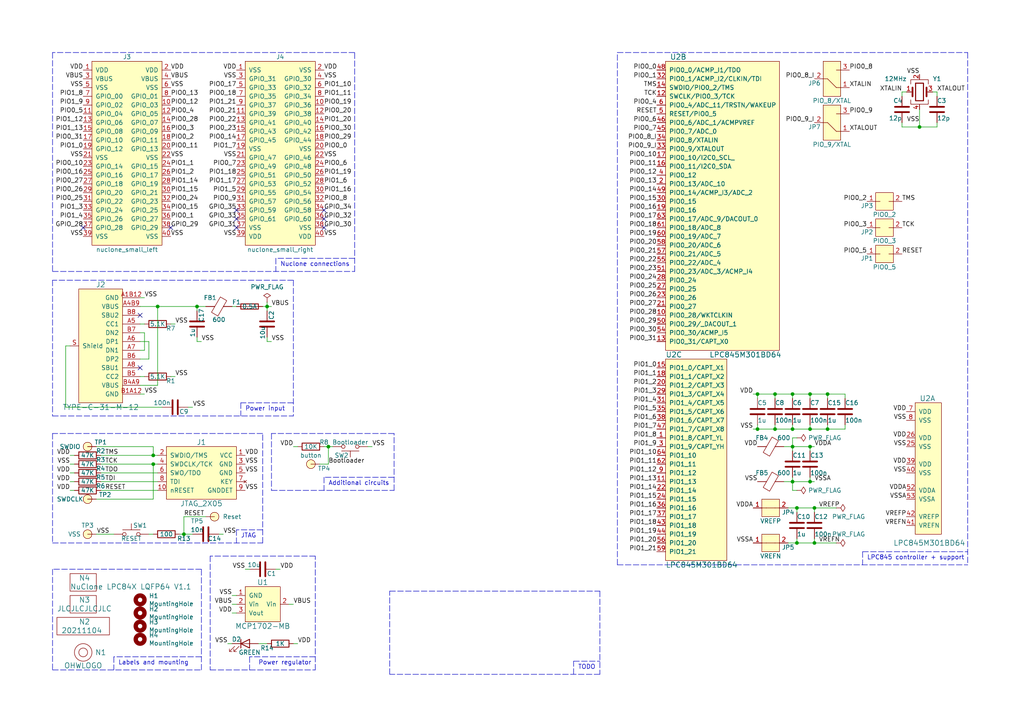
<source format=kicad_sch>
(kicad_sch (version 20211123) (generator eeschema)
  (paper "A4")
  (junction (at 240.03 114.3))
  (junction (at 236.22 157.48))
  (junction (at 77.47 88.9))
  (junction (at 53.34 154.94))
  (junction (at 57.15 88.9))
  (junction (at 234.95 129.54))
  (junction (at 224.79 114.3))
  (junction (at 219.71 124.46))
  (junction (at 229.87 114.3))
  (junction (at 231.14 157.48))
  (junction (at 229.87 139.7))
  (junction (at 234.95 124.46))
  (junction (at 236.22 147.32))
  (junction (at 240.03 124.46))
  (junction (at 229.87 124.46))
  (junction (at 45.72 88.9))
  (junction (at 219.71 114.3))
  (junction (at 234.95 139.7))
  (junction (at 44.45 134.62))
  (junction (at 234.95 114.3))
  (junction (at 44.45 132.08))
  (junction (at 95.25 129.54))
  (junction (at 224.79 124.46))
  (junction (at 229.87 129.54))
  (junction (at 231.14 147.32))
  (junction (at 266.7 36.83))
  (no_connect (at 93.98 66.04))
  (no_connect (at 93.98 60.96))
  (no_connect (at 93.98 63.5))
  (no_connect (at 40.64 106.68))
  (no_connect (at 68.58 63.5))
  (no_connect (at 68.58 66.04))
  (no_connect (at 49.53 66.04))
  (no_connect (at 24.13 66.04))
  (no_connect (at 68.58 60.96))
  (no_connect (at 40.64 91.44))
  (wire (pts (xy 219.71 124.46) (xy 224.79 124.46)))
  (wire (pts (xy 85.09 175.26) (xy 83.82 175.26)))
  (wire (pts (xy 228.6 157.48) (xy 231.14 157.48)))
  (wire (pts (xy 77.47 90.17) (xy 77.47 88.9)))
  (wire (pts (xy 49.53 109.22) (xy 50.8 109.22)))
  (wire (pts (xy 218.44 124.46) (xy 219.71 124.46)))
  (wire (pts (xy 27.94 144.78) (xy 44.45 144.78)))
  (polyline (pts (xy 15.24 78.74) (xy 102.87 78.74)))
  (wire (pts (xy 240.03 115.57) (xy 240.03 114.3)))
  (wire (pts (xy 231.14 147.32) (xy 236.22 147.32)))
  (polyline (pts (xy 60.96 161.29) (xy 60.96 194.31)))
  (polyline (pts (xy 102.87 15.24) (xy 15.24 15.24)))
  (wire (pts (xy 107.95 129.54) (xy 106.68 129.54)))
  (wire (pts (xy 50.8 93.98) (xy 49.53 93.98)))
  (polyline (pts (xy 85.09 81.28) (xy 85.09 120.65)))
  (wire (pts (xy 231.14 156.21) (xy 231.14 157.48)))
  (polyline (pts (xy 179.07 163.83) (xy 179.07 15.24)))
  (polyline (pts (xy 60.96 194.31) (xy 91.44 194.31)))
  (wire (pts (xy 229.87 129.54) (xy 234.95 129.54)))
  (polyline (pts (xy 102.87 78.74) (xy 102.87 15.24)))
  (wire (pts (xy 40.64 93.98) (xy 41.91 93.98)))
  (wire (pts (xy 234.95 129.54) (xy 236.22 129.54)))
  (polyline (pts (xy 173.99 171.45) (xy 173.99 195.58)))
  (wire (pts (xy 78.74 88.9) (xy 77.47 88.9)))
  (polyline (pts (xy 113.03 171.45) (xy 173.99 171.45)))
  (wire (pts (xy 58.42 99.06) (xy 57.15 99.06)))
  (wire (pts (xy 236.22 157.48) (xy 236.22 156.21)))
  (wire (pts (xy 261.62 26.67) (xy 261.62 27.94)))
  (wire (pts (xy 40.64 111.76) (xy 45.72 111.76)))
  (wire (pts (xy 53.34 149.86) (xy 53.34 154.94)))
  (polyline (pts (xy 76.2 125.73) (xy 15.24 125.73)))
  (polyline (pts (xy 114.3 142.24) (xy 114.3 125.73)))
  (wire (pts (xy 20.32 137.16) (xy 21.59 137.16)))
  (wire (pts (xy 55.88 154.94) (xy 53.34 154.94)))
  (wire (pts (xy 92.71 134.62) (xy 95.25 134.62)))
  (wire (pts (xy 20.32 132.08) (xy 21.59 132.08)))
  (wire (pts (xy 234.95 115.57) (xy 234.95 114.3)))
  (wire (pts (xy 271.78 35.56) (xy 271.78 36.83)))
  (wire (pts (xy 240.03 123.19) (xy 240.03 124.46)))
  (wire (pts (xy 45.72 88.9) (xy 57.15 88.9)))
  (polyline (pts (xy 102.87 74.93) (xy 80.01 74.93)))
  (wire (pts (xy 20.32 100.33) (xy 19.05 100.33)))
  (polyline (pts (xy 78.74 125.73) (xy 78.74 142.24)))
  (wire (pts (xy 68.58 175.26) (xy 67.31 175.26)))
  (wire (pts (xy 93.98 129.54) (xy 95.25 129.54)))
  (polyline (pts (xy 173.99 195.58) (xy 113.03 195.58)))
  (wire (pts (xy 27.94 154.94) (xy 33.02 154.94)))
  (polyline (pts (xy 85.09 116.84) (xy 69.85 116.84)))
  (wire (pts (xy 224.79 115.57) (xy 224.79 114.3)))
  (wire (pts (xy 27.94 129.54) (xy 44.45 129.54)))
  (polyline (pts (xy 15.24 157.48) (xy 76.2 157.48)))
  (wire (pts (xy 21.59 139.7) (xy 20.32 139.7)))
  (wire (pts (xy 229.87 138.43) (xy 229.87 139.7)))
  (wire (pts (xy 77.47 99.06) (xy 78.74 99.06)))
  (wire (pts (xy 57.15 90.17) (xy 57.15 88.9)))
  (wire (pts (xy 44.45 134.62) (xy 45.72 134.62)))
  (wire (pts (xy 77.47 88.9) (xy 76.2 88.9)))
  (wire (pts (xy 229.87 142.24) (xy 229.87 139.7)))
  (polyline (pts (xy 15.24 165.1) (xy 15.24 194.31)))
  (wire (pts (xy 229.87 127) (xy 229.87 129.54)))
  (wire (pts (xy 270.51 26.67) (xy 271.78 26.67)))
  (polyline (pts (xy 85.09 81.28) (xy 15.24 81.28)))
  (wire (pts (xy 41.91 114.3) (xy 40.64 114.3)))
  (wire (pts (xy 229.87 139.7) (xy 234.95 139.7)))
  (polyline (pts (xy 58.42 165.1) (xy 15.24 165.1)))
  (wire (pts (xy 77.47 186.69) (xy 74.93 186.69)))
  (wire (pts (xy 44.45 132.08) (xy 45.72 132.08)))
  (polyline (pts (xy 91.44 161.29) (xy 60.96 161.29)))
  (wire (pts (xy 236.22 147.32) (xy 242.57 147.32)))
  (polyline (pts (xy 15.24 120.65) (xy 85.09 120.65)))
  (wire (pts (xy 19.05 100.33) (xy 19.05 118.11)))
  (wire (pts (xy 224.79 114.3) (xy 229.87 114.3)))
  (wire (pts (xy 261.62 36.83) (xy 261.62 35.56)))
  (wire (pts (xy 234.95 129.54) (xy 234.95 130.81)))
  (polyline (pts (xy 33.02 190.5) (xy 33.02 194.31)))
  (wire (pts (xy 57.15 99.06) (xy 57.15 97.79)))
  (polyline (pts (xy 15.24 194.31) (xy 58.42 194.31)))
  (wire (pts (xy 218.44 114.3) (xy 219.71 114.3)))
  (polyline (pts (xy 114.3 138.43) (xy 93.98 138.43)))
  (polyline (pts (xy 179.07 15.24) (xy 280.67 15.24)))
  (polyline (pts (xy 91.44 194.31) (xy 91.44 161.29)))
  (polyline (pts (xy 179.07 163.83) (xy 280.67 163.83)))
  (wire (pts (xy 266.7 36.83) (xy 261.62 36.83)))
  (wire (pts (xy 77.47 97.79) (xy 77.47 99.06)))
  (wire (pts (xy 231.14 157.48) (xy 236.22 157.48)))
  (wire (pts (xy 21.59 134.62) (xy 20.32 134.62)))
  (wire (pts (xy 45.72 111.76) (xy 45.72 88.9)))
  (wire (pts (xy 229.87 123.19) (xy 229.87 124.46)))
  (wire (pts (xy 64.77 154.94) (xy 63.5 154.94)))
  (wire (pts (xy 228.6 147.32) (xy 231.14 147.32)))
  (wire (pts (xy 40.64 99.06) (xy 43.18 99.06)))
  (polyline (pts (xy 58.42 190.5) (xy 33.02 190.5)))
  (wire (pts (xy 40.64 96.52) (xy 41.91 96.52)))
  (polyline (pts (xy 15.24 125.73) (xy 15.24 157.48)))
  (polyline (pts (xy 78.74 142.24) (xy 114.3 142.24)))
  (wire (pts (xy 41.91 86.36) (xy 40.64 86.36)))
  (polyline (pts (xy 166.37 191.77) (xy 173.99 191.77)))
  (wire (pts (xy 29.21 132.08) (xy 44.45 132.08)))
  (wire (pts (xy 80.01 165.1) (xy 81.28 165.1)))
  (wire (pts (xy 29.21 142.24) (xy 45.72 142.24)))
  (wire (pts (xy 40.64 88.9) (xy 45.72 88.9)))
  (wire (pts (xy 44.45 129.54) (xy 44.45 132.08)))
  (wire (pts (xy 43.18 104.14) (xy 40.64 104.14)))
  (polyline (pts (xy 68.58 153.67) (xy 68.58 157.48)))
  (wire (pts (xy 67.31 172.72) (xy 68.58 172.72)))
  (wire (pts (xy 245.11 114.3) (xy 245.11 115.57)))
  (wire (pts (xy 229.87 130.81) (xy 229.87 129.54)))
  (polyline (pts (xy 76.2 157.48) (xy 76.2 125.73)))
  (wire (pts (xy 29.21 139.7) (xy 45.72 139.7)))
  (wire (pts (xy 86.36 186.69) (xy 85.09 186.69)))
  (wire (pts (xy 271.78 36.83) (xy 266.7 36.83)))
  (wire (pts (xy 229.87 124.46) (xy 234.95 124.46)))
  (polyline (pts (xy 76.2 153.67) (xy 68.58 153.67)))
  (wire (pts (xy 231.14 148.59) (xy 231.14 147.32)))
  (wire (pts (xy 229.87 115.57) (xy 229.87 114.3)))
  (wire (pts (xy 20.32 142.24) (xy 21.59 142.24)))
  (wire (pts (xy 29.21 137.16) (xy 45.72 137.16)))
  (wire (pts (xy 41.91 109.22) (xy 40.64 109.22)))
  (polyline (pts (xy 15.24 81.28) (xy 15.24 120.65)))
  (wire (pts (xy 71.12 165.1) (xy 72.39 165.1)))
  (wire (pts (xy 55.88 118.11) (xy 54.61 118.11)))
  (wire (pts (xy 261.62 26.67) (xy 262.89 26.67)))
  (wire (pts (xy 234.95 124.46) (xy 240.03 124.46)))
  (polyline (pts (xy 166.37 195.58) (xy 166.37 191.77)))
  (wire (pts (xy 219.71 114.3) (xy 224.79 114.3)))
  (polyline (pts (xy 113.03 195.58) (xy 113.03 171.45)))
  (wire (pts (xy 67.31 177.8) (xy 68.58 177.8)))
  (wire (pts (xy 266.7 31.75) (xy 266.7 36.83)))
  (polyline (pts (xy 72.39 190.5) (xy 72.39 194.31)))
  (wire (pts (xy 231.14 142.24) (xy 229.87 142.24)))
  (wire (pts (xy 234.95 114.3) (xy 240.03 114.3)))
  (wire (pts (xy 236.22 139.7) (xy 234.95 139.7)))
  (wire (pts (xy 231.14 127) (xy 229.87 127)))
  (wire (pts (xy 29.21 134.62) (xy 44.45 134.62)))
  (wire (pts (xy 44.45 144.78) (xy 44.45 134.62)))
  (wire (pts (xy 224.79 123.19) (xy 224.79 124.46)))
  (wire (pts (xy 85.09 129.54) (xy 86.36 129.54)))
  (wire (pts (xy 234.95 139.7) (xy 234.95 138.43)))
  (polyline (pts (xy 91.44 190.5) (xy 72.39 190.5)))
  (wire (pts (xy 43.18 154.94) (xy 44.45 154.94)))
  (wire (pts (xy 52.07 154.94) (xy 53.34 154.94)))
  (wire (pts (xy 95.25 129.54) (xy 96.52 129.54)))
  (polyline (pts (xy 80.01 74.93) (xy 80.01 78.74)))
  (polyline (pts (xy 250.19 160.02) (xy 250.19 163.83)))
  (wire (pts (xy 240.03 114.3) (xy 245.11 114.3)))
  (wire (pts (xy 77.47 88.9) (xy 77.47 87.63)))
  (wire (pts (xy 271.78 26.67) (xy 271.78 27.94)))
  (wire (pts (xy 19.05 118.11) (xy 46.99 118.11)))
  (polyline (pts (xy 250.19 160.02) (xy 280.67 160.02)))
  (wire (pts (xy 224.79 124.46) (xy 229.87 124.46)))
  (wire (pts (xy 240.03 124.46) (xy 245.11 124.46)))
  (wire (pts (xy 236.22 147.32) (xy 236.22 148.59)))
  (wire (pts (xy 67.31 186.69) (xy 66.04 186.69)))
  (wire (pts (xy 227.33 129.54) (xy 229.87 129.54)))
  (polyline (pts (xy 280.67 15.24) (xy 280.67 163.83)))
  (wire (pts (xy 227.33 139.7) (xy 229.87 139.7)))
  (polyline (pts (xy 58.42 194.31) (xy 58.42 165.1)))
  (wire (pts (xy 236.22 157.48) (xy 242.57 157.48)))
  (wire (pts (xy 59.69 149.86) (xy 53.34 149.86)))
  (wire (pts (xy 219.71 115.57) (xy 219.71 114.3)))
  (polyline (pts (xy 93.98 138.43) (xy 93.98 142.24)))
  (wire (pts (xy 41.91 96.52) (xy 41.91 101.6)))
  (wire (pts (xy 219.71 123.19) (xy 219.71 124.46)))
  (polyline (pts (xy 69.85 116.84) (xy 69.85 120.65)))
  (wire (pts (xy 229.87 114.3) (xy 234.95 114.3)))
  (polyline (pts (xy 114.3 125.73) (xy 78.74 125.73)))
  (wire (pts (xy 57.15 88.9) (xy 59.69 88.9)))
  (wire (pts (xy 234.95 123.19) (xy 234.95 124.46)))
  (wire (pts (xy 95.25 134.62) (xy 95.25 129.54)))
  (wire (pts (xy 67.31 88.9) (xy 68.58 88.9)))
  (wire (pts (xy 43.18 99.06) (xy 43.18 104.14)))
  (polyline (pts (xy 15.24 15.24) (xy 15.24 78.74)))
  (wire (pts (xy 41.91 101.6) (xy 40.64 101.6)))
  (wire (pts (xy 245.11 123.19) (xy 245.11 124.46)))
  (text "JTAG" (at 69.85 156.21 0) (effects (font (size 1.27 1.27)) (justify left bottom)))
  (text "Additional circuits" (at 95.25 140.97 0) (effects (font (size 1.27 1.27)) (justify left bottom)))
  (text "Labels and mounting" (at 34.29 193.04 0) (effects (font (size 1.27 1.27)) (justify left bottom)))
  (text "TODO" (at 167.64 194.31 0) (effects (font (size 1.27 1.27)) (justify left bottom)))
  (text "Power input" (at 71.12 119.38 0) (effects (font (size 1.27 1.27)) (justify left bottom)))
  (text "Nuclone connections" (at 81.28 77.47 0) (effects (font (size 1.27 1.27)) (justify left bottom)))
  (text "LPC845 controller + support" (at 251.46 162.56 0) (effects (font (size 1.27 1.27)) (justify left bottom)))
  (text "Power regulator" (at 74.93 193.04 0) (effects (font (size 1.27 1.27)) (justify left bottom)))
  (label "XTALIN" (at 261.62 26.67 180))
  (label "PIO0_29" (at 93.98 40.64 0))
  (label "PIO0_16" (at 24.13 50.8 180))
  (label "PIO0_23" (at 68.58 38.1 180))
  (label "VSS" (at 24.13 45.72 180))
  (label "PIO0_17" (at 190.5 63.5 180))
  (label "PIO1_20" (at 93.98 35.56 0))
  (label "PIO0_15" (at 190.5 58.42 180))
  (label "VSS" (at 71.12 142.24 0))
  (label "PIO1_9" (at 24.13 30.48 180))
  (label "PIO1_20" (at 190.5 157.48 180))
  (label "RESET" (at 53.34 149.86 0))
  (label "VSS" (at 49.53 68.58 0))
  (label "VBUS" (at 78.74 88.9 0))
  (label "VBUS" (at 49.53 22.86 0))
  (label "PIO1_15" (at 190.5 144.78 180))
  (label "PIO0_9" (at 68.58 58.42 180))
  (label "TCK" (at 30.48 134.62 0))
  (label "PIO0_1" (at 190.5 22.86 180))
  (label "VSS" (at 20.32 134.62 180))
  (label "VSS" (at 266.7 21.59 180))
  (label "PIO0_19" (at 93.98 30.48 0))
  (label "VSSA" (at 236.22 139.7 0))
  (label "PIO0_11" (at 49.53 43.18 0))
  (label "VSS" (at 93.98 68.58 0))
  (label "VSS" (at 41.91 86.36 0))
  (label "PIO1_14" (at 190.5 142.24 180))
  (label "VDD" (at 20.32 139.7 180))
  (label "VDD" (at 262.89 134.62 180))
  (label "PIO1_0" (at 24.13 43.18 180))
  (label "PIO1_6" (at 190.5 121.92 180))
  (label "PIO0_14" (at 68.58 40.64 180))
  (label "PIO0_28" (at 190.5 91.44 180))
  (label "PIO1_2" (at 190.5 111.76 180))
  (label "PIO0_21" (at 190.5 73.66 180))
  (label "VDD" (at 20.32 142.24 180))
  (label "PIO0_17" (at 68.58 25.4 180))
  (label "VSSA" (at 218.44 157.48 180))
  (label "PIO1_1" (at 190.5 109.22 180))
  (label "PIO1_8" (at 190.5 127 180))
  (label "VSS" (at 64.77 154.94 0))
  (label "PIO1_16" (at 190.5 147.32 180))
  (label "VSS" (at 71.12 165.1 180))
  (label "VDD" (at 218.44 114.3 180))
  (label "TMS" (at 261.62 58.42 0))
  (label "XTALIN" (at 246.38 25.4 0))
  (label "PIO0_27" (at 24.13 53.34 180))
  (label "VSS" (at 67.31 172.72 180))
  (label "PIO0_10" (at 24.13 48.26 180))
  (label "VSS" (at 266.7 35.56 180))
  (label "VDDA" (at 218.44 147.32 180))
  (label "PIO0_4" (at 190.5 30.48 180))
  (label "PIO0_9_I" (at 190.5 43.18 180))
  (label "PIO0_31" (at 190.5 99.06 180))
  (label "PIO0_21" (at 68.58 33.02 180))
  (label "PIO0_13" (at 190.5 53.34 180))
  (label "VDD" (at 24.13 20.32 180))
  (label "PIO1_17" (at 68.58 53.34 180))
  (label "PIO0_6" (at 190.5 35.56 180))
  (label "PIO1_5" (at 68.58 55.88 180))
  (label "TDO" (at 30.48 137.16 0))
  (label "VDD" (at 262.89 127 180))
  (label "PIO1_7" (at 68.58 43.18 180))
  (label "PIO1_6" (at 93.98 53.34 0))
  (label "VSS" (at 71.12 137.16 0))
  (label "PIO0_2" (at 49.53 40.64 0))
  (label "PIO1_3" (at 190.5 114.3 180))
  (label "GPIO_30" (at 93.98 66.04 0))
  (label "PIO1_7" (at 190.5 124.46 180))
  (label "PIO0_18" (at 190.5 66.04 180))
  (label "PIO1_4" (at 190.5 116.84 180))
  (label "TMS" (at 190.5 25.4 180))
  (label "TCK" (at 261.62 66.04 0))
  (label "VSSA" (at 262.89 144.78 180))
  (label "PIO0_25" (at 190.5 83.82 180))
  (label "GPIO_34" (at 93.98 60.96 0))
  (label "PIO0_6" (at 93.98 48.26 0))
  (label "PIO1_15" (at 49.53 55.88 0))
  (label "GPIO_29" (at 49.53 66.04 0))
  (label "VSS" (at 262.89 121.92 180))
  (label "PIO0_30" (at 190.5 96.52 180))
  (label "VREFN" (at 237.49 157.48 0))
  (label "VSS" (at 68.58 22.86 180))
  (label "PIO0_24" (at 49.53 58.42 0))
  (label "PIO0_9_I" (at 236.22 35.56 180))
  (label "VSS" (at 49.53 45.72 0))
  (label "VBUS" (at 67.31 175.26 180))
  (label "PIO1_21" (at 190.5 160.02 180))
  (label "PIO1_12" (at 24.13 35.56 180))
  (label "PIO0_22" (at 190.5 76.2 180))
  (label "VREFN" (at 262.89 152.4 180))
  (label "PIO0_28" (at 49.53 35.56 0))
  (label "PIO1_8" (at 24.13 27.94 180))
  (label "VSS" (at 262.89 137.16 180))
  (label "PIO1_2" (at 49.53 50.8 0))
  (label "VDD" (at 81.28 165.1 0))
  (label "PIO0_12" (at 49.53 30.48 0))
  (label "PIO0_18" (at 68.58 27.94 180))
  (label "PIO0_24" (at 190.5 81.28 180))
  (label "VDD" (at 219.71 129.54 180))
  (label "VDD" (at 71.12 132.08 0))
  (label "PIO1_21" (at 68.58 30.48 180))
  (label "VDD" (at 86.36 186.69 0))
  (label "PIO0_19" (at 190.5 68.58 180))
  (label "PIO1_12" (at 190.5 137.16 180))
  (label "PIO0_0" (at 190.5 20.32 180))
  (label "PIO0_5" (at 251.46 73.66 180))
  (label "VDD" (at 68.58 20.32 180))
  (label "PIO0_27" (at 190.5 88.9 180))
  (label "VSS" (at 68.58 68.58 180))
  (label "VSS" (at 49.53 25.4 0))
  (label "TMS" (at 30.48 132.08 0))
  (label "PIO0_9" (at 246.38 33.02 0))
  (label "PIO0_12" (at 190.5 50.8 180))
  (label "VSS" (at 219.71 139.7 180))
  (label "PIO1_17" (at 190.5 149.86 180))
  (label "RESET" (at 30.48 142.24 0))
  (label "PIO0_3" (at 251.46 66.04 180))
  (label "PIO0_31" (at 24.13 40.64 180))
  (label "PIO0_20" (at 93.98 33.02 0))
  (label "PIO0_3" (at 49.53 38.1 0))
  (label "PIO1_18" (at 68.58 50.8 180))
  (label "XTALOUT" (at 246.38 38.1 0))
  (label "PIO0_10" (at 190.5 45.72 180))
  (label "RESET" (at 190.5 33.02 180))
  (label "VDD" (at 85.09 129.54 180))
  (label "PIO0_16" (at 190.5 60.96 180))
  (label "VSS" (at 55.88 118.11 0))
  (label "VSS" (at 58.42 99.06 0))
  (label "VREFP" (at 237.49 147.32 0))
  (label "PIO0_5" (at 24.13 33.02 180))
  (label "RESET" (at 261.62 73.66 0))
  (label "PIO1_10" (at 93.98 25.4 0))
  (label "VSS" (at 93.98 22.86 0))
  (label "VDD" (at 262.89 119.38 180))
  (label "PIO1_9" (at 190.5 129.54 180))
  (label "GPIO_32" (at 93.98 63.5 0))
  (label "PIO0_29" (at 190.5 93.98 180))
  (label "PIO0_20" (at 190.5 71.12 180))
  (label "GPIO_35" (at 68.58 60.96 180))
  (label "VSS" (at 107.95 129.54 0))
  (label "VSS" (at 71.12 134.62 0))
  (label "PIO1_19" (at 93.98 50.8 0))
  (label "PIO1_4" (at 24.13 63.5 180))
  (label "PIO1_16" (at 93.98 55.88 0))
  (label "VSS" (at 24.13 68.58 180))
  (label "PIO0_0" (at 93.98 43.18 0))
  (label "VSS" (at 218.44 124.46 180))
  (label "VDD" (at 20.32 132.08 180))
  (label "PIO0_15" (at 49.53 60.96 0))
  (label "VDD" (at 93.98 20.32 0))
  (label "VDD" (at 49.53 20.32 0))
  (label "VSS" (at 24.13 25.4 180))
  (label "PIO0_30" (at 93.98 38.1 0))
  (label "VREFP" (at 262.89 149.86 180))
  (label "Bootloader" (at 95.25 134.62 0))
  (label "TCK" (at 190.5 27.94 180))
  (label "PIO1_0" (at 190.5 106.68 180))
  (label "PIO1_14" (at 49.53 53.34 0))
  (label "GPIO_33" (at 68.58 63.5 180))
  (label "PIO0_23" (at 190.5 78.74 180))
  (label "PIO0_8" (at 246.38 20.32 0))
  (label "VSS" (at 50.8 93.98 0))
  (label "VSS" (at 31.75 154.94 180))
  (label "PIO0_11" (at 190.5 48.26 180))
  (label "PIO0_22" (at 68.58 35.56 180))
  (label "PIO0_14" (at 190.5 55.88 180))
  (label "VDDA" (at 262.89 142.24 180))
  (label "PIO1_5" (at 190.5 119.38 180))
  (label "PIO0_8" (at 93.98 58.42 0))
  (label "VSS" (at 50.8 109.22 0))
  (label "XTALOUT" (at 271.78 26.67 0))
  (label "VSS" (at 41.91 114.3 0))
  (label "VSS" (at 68.58 45.72 180))
  (label "VSS" (at 93.98 45.72 0))
  (label "PIO0_8_I" (at 236.22 22.86 180))
  (label "PIO1_13" (at 24.13 38.1 180))
  (label "VDD" (at 20.32 137.16 180))
  (label "PIO1_3" (at 24.13 60.96 180))
  (label "TDI" (at 30.48 139.7 0))
  (label "VBUS" (at 85.09 175.26 0))
  (label "PIO0_7" (at 190.5 38.1 180))
  (label "VDD" (at 67.31 177.8 180))
  (label "PIO0_8_I" (at 190.5 40.64 180))
  (label "PIO0_2" (at 251.46 58.42 180))
  (label "VDDA" (at 236.22 129.54 0))
  (label "PIO1_10" (at 190.5 132.08 180))
  (label "PIO1_11" (at 190.5 134.62 180))
  (label "VSS" (at 262.89 129.54 180))
  (label "PIO0_25" (at 24.13 58.42 180))
  (label "PIO1_13" (at 190.5 139.7 180))
  (label "PIO0_7" (at 68.58 48.26 180))
  (label "PIO0_1" (at 49.53 63.5 0))
  (label "VBUS" (at 24.13 22.86 180))
  (label "GPIO_28" (at 24.13 66.04 180))
  (label "PIO0_4" (at 49.53 33.02 0))
  (label "PIO0_26" (at 190.5 86.36 180))
  (label "VSS" (at 78.74 99.06 0))
  (label "GPIO_31" (at 68.58 66.04 180))
  (label "PIO1_18" (at 190.5 152.4 180))
  (label "PIO0_13" (at 49.53 27.94 0))
  (label "PIO1_19" (at 190.5 154.94 180))
  (label "VSS" (at 66.04 186.69 180))
  (label "PIO0_26" (at 24.13 55.88 180))
  (label "PIO1_1" (at 49.53 48.26 0))
  (label "PIO1_11" (at 93.98 27.94 0))
  (symbol (lib_id "SquantorLabels:OHWLOGO") (at 24.13 189.23 0) (unit 1)
    (property "Reference" "N1" (at 29.21 189.23 0) (effects (font (size 1.524 1.524))))
    (property "Value" "OHWLOGO" (at 24.13 193.04 0) (effects (font (size 1.524 1.524))))
    (property "Footprint" "Symbols:OSHW-Symbol_6.7x6mm_SilkScreen" (effects hide))
  )
  (symbol (lib_id "SquantorConnectorsNamed:JTAG_2X05_IN") (at 58.42 137.16 0) (unit 1)
    (property "Reference" "J1" (at 58.42 128.27 0) (effects (font (size 1.524 1.524))))
    (property "Value" "JTAG_2X05" (at 58.42 146.05 0) (effects (font (size 1.524 1.524))))
    (property "Footprint" "SquantorConnectors:Header-0127-2X05-H006" (effects hide))
  )
  (symbol (lib_id "Device:FerriteBead") (at 63.5 88.9 270) (unit 1)
    (property "Reference" "FB1" (at 60.96 86.36 90))
    (property "Value" "600" (at 63.5 92.71 90))
    (property "Footprint" "SquantorRcl:L_0603" (effects hide))
  )
  (symbol (lib_id "Device:Fuse") (at 72.39 88.9 270) (unit 1)
    (property "Reference" "F1" (at 68.58 87.63 90))
    (property "Value" "0.5A" (at 72.39 88.9 90))
    (property "Footprint" "SquantorRcl:F_0603_hand" (effects hide))
  )
  (symbol (lib_id "Device:C") (at 77.47 93.98 180) (unit 1)
    (property "Reference" "C2" (at 78.74 91.44 90))
    (property "Value" "10u" (at 76.2 96.52 90))
    (property "Footprint" "SquantorRcl:C_0603" (effects hide))
  )
  (symbol (lib_id "power:PWR_FLAG") (at 77.47 87.63 0) (unit 1)
    (property "Reference" "#FLG01" (effects hide))
    (property "Value" "PWR_FLAG" (at 77.47 83.2358 0))
  )
  (symbol (lib_id "Mechanical:MountingHole") (at 40.64 185.42 0) (unit 1)
    (property "Reference" "H4" (at 43.18 184.2516 0) (effects (justify left)))
    (property "Value" "MountingHole" (at 43.18 186.563 0) (effects (justify left)))
    (property "Footprint" "MountingHole:MountingHole_3.2mm_M3_Pad_Via" (effects hide))
  )
  (symbol (lib_id "Mechanical:MountingHole") (at 40.64 181.61 0) (unit 1)
    (property "Reference" "H3" (at 43.18 180.4416 0) (effects (justify left)))
    (property "Value" "MountingHole" (at 43.18 182.753 0) (effects (justify left)))
    (property "Footprint" "MountingHole:MountingHole_3.2mm_M3_Pad_Via" (effects hide))
  )
  (symbol (lib_id "Mechanical:MountingHole") (at 40.64 177.8 0) (unit 1)
    (property "Reference" "H2" (at 43.18 176.6316 0) (effects (justify left)))
    (property "Value" "MountingHole" (at 43.18 178.943 0) (effects (justify left)))
    (property "Footprint" "MountingHole:MountingHole_3.2mm_M3_Pad_Via" (effects hide))
  )
  (symbol (lib_id "Mechanical:MountingHole") (at 40.64 173.99 0) (unit 1)
    (property "Reference" "H1" (at 43.18 172.8216 0) (effects (justify left)))
    (property "Value" "MountingHole" (at 43.18 175.133 0) (effects (justify left)))
    (property "Footprint" "MountingHole:MountingHole_3.2mm_M3_Pad_Via" (effects hide))
  )
  (symbol (lib_id "SquantorLabels:VYYYYMMDD") (at 24.13 182.88 0) (unit 1)
    (property "Reference" "N2" (at 22.86 180.34 0) (effects (font (size 1.524 1.524)) (justify left)))
    (property "Value" "20211104" (at 17.78 182.88 0) (effects (font (size 1.524 1.524)) (justify left)))
    (property "Footprint" "SquantorLabels:Label_version" (effects hide))
  )
  (symbol (lib_id "SquantorMicrochip:MCP1702-MB") (at 76.2 175.26 0) (unit 1)
    (property "Reference" "U1" (at 76.2 168.91 0) (effects (font (size 1.524 1.524))))
    (property "Value" "MCP1702-MB" (at 76.2 181.61 0) (effects (font (size 1.524 1.524))))
    (property "Footprint" "SquantorIC:SOT89-NXP" (effects hide))
  )
  (symbol (lib_id "Device:C") (at 76.2 165.1 270) (unit 1)
    (property "Reference" "C1" (at 78.74 166.37 90))
    (property "Value" "10u" (at 73.66 163.83 90))
    (property "Footprint" "SquantorRcl:C_0603" (effects hide))
  )
  (symbol (lib_id "SquantorConnectorsNamed:nuclone_medium_left") (at 36.83 44.45 0) (unit 1)
    (property "Reference" "J3" (at 36.83 16.51 0))
    (property "Value" "nuclone_small_left" (at 36.83 72.39 0))
    (property "Footprint" "SquantorConnectorsNamed:nuclone_medium_left" (effects hide))
  )
  (symbol (lib_id "SquantorConnectorsNamed:nuclone_medium_right") (at 81.28 44.45 180) (unit 1)
    (property "Reference" "J4" (at 81.28 16.51 0))
    (property "Value" "nuclone_small_right" (at 81.28 72.39 0))
    (property "Footprint" "SquantorConnectorsNamed:nuclone_medium_right" (effects hide))
  )
  (symbol (lib_id "SquantorLabels:Label") (at 24.13 175.26 0) (unit 1)
    (property "Reference" "N3" (at 22.86 173.99 0) (effects (font (size 1.524 1.524)) (justify left)))
    (property "Value" "JLCJLCJLCJLC" (at 16.51 176.53 0) (effects (font (size 1.524 1.524)) (justify left)))
    (property "Footprint" "SquantorLabels:Label_Generic" (effects hide))
  )
  (symbol (lib_id "Switch:SW_Push") (at 38.1 154.94 0) (unit 1)
    (property "Reference" "SW1" (at 40.64 152.4 0))
    (property "Value" "RESET" (at 38.1 156.21 0))
    (property "Footprint" "SquantorSwitches:TD-85XU" (effects hide))
  )
  (symbol (lib_id "SquantorUsb:USB-C_PD_USB") (at 29.21 100.33 0) (unit 1)
    (property "Reference" "J2" (at 29.21 82.55 0) (effects (font (size 1.524 1.524))))
    (property "Value" "TYPE-C-31-M-12" (at 29.21 118.11 0) (effects (font (size 1.524 1.524))))
    (property "Footprint" "SquantorUsb:USB-C-HRO-31-M-12" (effects hide))
  )
  (symbol (lib_id "Device:R") (at 45.72 109.22 270) (unit 1)
    (property "Reference" "R1" (at 49.53 110.49 90))
    (property "Value" "5.1K" (at 45.72 109.22 90))
    (property "Footprint" "SquantorRcl:R_0402_hand" (effects hide))
  )
  (symbol (lib_id "Device:C") (at 50.8 118.11 270) (unit 1)
    (property "Reference" "C9" (at 53.34 119.38 90))
    (property "Value" "100n" (at 46.99 116.84 90))
    (property "Footprint" "SquantorRcl:C_0805" (effects hide))
  )
  (symbol (lib_id "Device:R") (at 25.4 132.08 270) (unit 1)
    (property "Reference" "R2" (at 29.21 130.81 90))
    (property "Value" "47K" (at 25.4 132.08 90))
    (property "Footprint" "SquantorRcl:R_0402_hand" (effects hide))
  )
  (symbol (lib_id "Device:R") (at 25.4 134.62 270) (unit 1)
    (property "Reference" "R3" (at 29.21 133.35 90))
    (property "Value" "47K" (at 25.4 134.62 90))
    (property "Footprint" "SquantorRcl:R_0402_hand" (effects hide))
  )
  (symbol (lib_id "Device:R") (at 25.4 137.16 270) (unit 1)
    (property "Reference" "R4" (at 29.21 135.89 90))
    (property "Value" "47K" (at 25.4 137.16 90))
    (property "Footprint" "SquantorRcl:R_0402_hand" (effects hide))
  )
  (symbol (lib_id "Device:R") (at 25.4 139.7 270) (unit 1)
    (property "Reference" "R5" (at 29.21 138.43 90))
    (property "Value" "47K" (at 25.4 139.7 90))
    (property "Footprint" "SquantorRcl:R_0402_hand" (effects hide))
  )
  (symbol (lib_id "Device:R") (at 25.4 142.24 270) (unit 1)
    (property "Reference" "R6" (at 29.21 140.97 90))
    (property "Value" "47K" (at 25.4 142.24 90))
    (property "Footprint" "SquantorRcl:R_0402_hand" (effects hide))
  )
  (symbol (lib_id "Device:Crystal_GND24") (at 266.7 26.67 0) (unit 1)
    (property "Reference" "Y1" (at 270.51 22.86 0) (effects (justify left)))
    (property "Value" "12MHz" (at 256.54 22.86 0) (effects (justify left)))
    (property "Footprint" "SquantorCrystal:Crystal_3225_4" (effects hide))
  )
  (symbol (lib_id "SquantorLabels:Label") (at 24.13 168.91 0) (unit 1)
    (property "Reference" "N4" (at 22.86 167.64 0) (effects (font (size 1.524 1.524)) (justify left)))
    (property "Value" "NuClone LPC84X LQFP64 V1.1" (at 20.32 170.18 0) (effects (font (size 1.524 1.524)) (justify left)))
    (property "Footprint" "SquantorLabels:Label_Generic" (effects hide))
  )
  (symbol (lib_id "Device:C") (at 224.79 119.38 0) (unit 1)
    (property "Reference" "C8" (at 224.79 116.84 0) (effects (justify left)))
    (property "Value" "100n" (at 224.79 121.92 0) (effects (justify left)))
    (property "Footprint" "SquantorRcl:C_0402" (effects hide))
  )
  (symbol (lib_id "Device:C") (at 219.71 119.38 0) (unit 1)
    (property "Reference" "C5" (at 219.71 116.84 0) (effects (justify left)))
    (property "Value" "1u" (at 219.71 121.92 0) (effects (justify left)))
    (property "Footprint" "SquantorRcl:C_0402" (effects hide))
  )
  (symbol (lib_id "Device:C") (at 271.78 31.75 0) (unit 1)
    (property "Reference" "C3" (at 271.78 29.21 0) (effects (justify left)))
    (property "Value" "12p" (at 271.78 34.29 0) (effects (justify left)))
    (property "Footprint" "SquantorRcl:C_0402" (effects hide))
  )
  (symbol (lib_id "Device:C") (at 261.62 31.75 0) (unit 1)
    (property "Reference" "C4" (at 259.08 29.21 0) (effects (justify left)))
    (property "Value" "12p" (at 257.81 34.29 0) (effects (justify left)))
    (property "Footprint" "SquantorRcl:C_0402" (effects hide))
  )
  (symbol (lib_id "Device:C") (at 234.95 134.62 0) (unit 1)
    (property "Reference" "C13" (at 234.95 132.08 0) (effects (justify left)))
    (property "Value" "100n" (at 234.95 137.16 0) (effects (justify left)))
    (property "Footprint" "SquantorRcl:C_0402" (effects hide))
  )
  (symbol (lib_id "Device:C") (at 229.87 134.62 0) (unit 1)
    (property "Reference" "C11" (at 229.87 132.08 0) (effects (justify left)))
    (property "Value" "1u" (at 229.87 137.16 0) (effects (justify left)))
    (property "Footprint" "SquantorRcl:C_0402" (effects hide))
  )
  (symbol (lib_id "SquantorSpecial:Solderjumper_2way_noconn") (at 256.54 58.42 0) (unit 1)
    (property "Reference" "JP3" (at 251.46 59.69 0))
    (property "Value" "PIO0_2" (at 256.54 62.23 0))
    (property "Footprint" "SquantorSpecial:solder_jumper_2way_noconn" (effects hide))
  )
  (symbol (lib_id "SquantorSpecial:Solderjumper_2way_noconn") (at 256.54 73.66 0) (unit 1)
    (property "Reference" "JP1" (at 251.46 74.93 0))
    (property "Value" "PIO0_5" (at 256.54 77.47 0))
    (property "Footprint" "SquantorSpecial:solder_jumper_2way_noconn" (effects hide))
  )
  (symbol (lib_id "Device:FerriteBead") (at 223.52 129.54 270) (unit 1)
    (property "Reference" "FB4" (at 220.98 127 90))
    (property "Value" "600" (at 227.33 127 90))
    (property "Footprint" "SquantorRcl:L_0402" (effects hide))
  )
  (symbol (lib_id "Device:FerriteBead") (at 223.52 139.7 270) (unit 1)
    (property "Reference" "FB5" (at 220.98 137.16 90))
    (property "Value" "600" (at 227.33 137.16 90))
    (property "Footprint" "SquantorRcl:L_0402" (effects hide))
  )
  (symbol (lib_id "Device:C") (at 236.22 152.4 0) (unit 1)
    (property "Reference" "C12" (at 236.22 149.86 0) (effects (justify left)))
    (property "Value" "100n" (at 236.22 154.94 0) (effects (justify left)))
    (property "Footprint" "SquantorRcl:C_0402" (effects hide))
  )
  (symbol (lib_id "Device:C") (at 231.14 152.4 0) (unit 1)
    (property "Reference" "C10" (at 231.14 149.86 0) (effects (justify left)))
    (property "Value" "1u" (at 231.14 154.94 0) (effects (justify left)))
    (property "Footprint" "SquantorRcl:C_0402" (effects hide))
  )
  (symbol (lib_id "power:PWR_FLAG") (at 231.14 127 270) (unit 1)
    (property "Reference" "#FLG04" (effects hide))
    (property "Value" "PWR_FLAG" (at 234.3912 127 90) (effects (justify left)))
  )
  (symbol (lib_id "power:PWR_FLAG") (at 231.14 142.24 270) (unit 1)
    (property "Reference" "#FLG05" (effects hide))
    (property "Value" "PWR_FLAG" (at 234.3912 142.24 90) (effects (justify left)))
  )
  (symbol (lib_id "power:PWR_FLAG") (at 242.57 147.32 270) (unit 1)
    (property "Reference" "#FLG02" (effects hide))
    (property "Value" "PWR_FLAG" (at 241.3 149.86 90) (effects (justify left)))
  )
  (symbol (lib_id "power:PWR_FLAG") (at 242.57 157.48 270) (unit 1)
    (property "Reference" "#FLG03" (effects hide))
    (property "Value" "PWR_FLAG" (at 241.3 154.94 90) (effects (justify left)))
  )
  (symbol (lib_id "SquantorSpecial:Solderjumper_2way_noconn") (at 256.54 66.04 0) (unit 1)
    (property "Reference" "JP2" (at 251.46 67.31 0))
    (property "Value" "PIO0_3" (at 256.54 69.85 0))
    (property "Footprint" "SquantorSpecial:solder_jumper_2way_noconn" (effects hide))
  )
  (symbol (lib_id "SquantorSpecial:Solderjumper_3way_12conn") (at 241.3 22.86 180) (unit 1)
    (property "Reference" "JP6" (at 236.22 24.13 0))
    (property "Value" "PIO_8/XTAL" (at 241.3 29.21 0))
    (property "Footprint" "SquantorSpecial:solder_jumper_3way_12conn" (effects hide))
  )
  (symbol (lib_id "SquantorSpecial:Solderjumper_3way_12conn") (at 241.3 35.56 180) (unit 1)
    (property "Reference" "JP7" (at 236.22 36.83 0))
    (property "Value" "PIO_9/XTAL" (at 241.3 41.91 0))
    (property "Footprint" "SquantorSpecial:solder_jumper_3way_12conn" (effects hide))
  )
  (symbol (lib_id "SquantorSpecial:Solderjumper_2way_12conn") (at 223.52 147.32 0) (unit 1)
    (property "Reference" "JP4" (at 228.6 148.59 0))
    (property "Value" "VREFP" (at 223.52 151.13 0))
    (property "Footprint" "SquantorSpecial:solder_jumper_2way_conn" (effects hide))
  )
  (symbol (lib_id "SquantorSpecial:Solderjumper_2way_12conn") (at 223.52 157.48 0) (unit 1)
    (property "Reference" "JP5" (at 228.6 158.75 0))
    (property "Value" "VREFN" (at 223.52 161.29 0))
    (property "Footprint" "SquantorSpecial:solder_jumper_2way_conn" (effects hide))
  )
  (symbol (lib_id "Device:R") (at 48.26 154.94 270) (unit 1)
    (property "Reference" "R13" (at 53.34 156.21 90))
    (property "Value" "100" (at 48.26 154.94 90))
    (property "Footprint" "SquantorRcl:R_0402_hand" (effects hide))
  )
  (symbol (lib_id "Device:C") (at 59.69 154.94 270) (unit 1)
    (property "Reference" "C14" (at 62.23 156.21 90))
    (property "Value" "10n" (at 57.15 153.67 90))
    (property "Footprint" "SquantorRcl:C_0402" (effects hide))
  )
  (symbol (lib_id "Device:R") (at 81.28 186.69 90) (unit 1)
    (property "Reference" "R14" (at 77.47 187.96 90))
    (property "Value" "1K" (at 81.28 186.69 90))
    (property "Footprint" "SquantorRcl:R_0402_hand" (effects hide))
  )
  (symbol (lib_id "Device:LED") (at 71.12 186.69 0) (unit 1)
    (property "Reference" "D2" (at 68.58 185.42 0))
    (property "Value" "GREEN" (at 72.39 189.23 0))
    (property "Footprint" "SquantorDiodes:LED_0603_hand" (effects hide))
  )
  (symbol (lib_id "SquantorNxp:LPC845M301BD64") (at 269.24 135.89 0) (unit 1)
    (property "Reference" "U2" (at 266.7 115.57 0) (effects (font (size 1.524 1.524)) (justify left)))
    (property "Value" "LPC845M301BD64" (at 259.08 157.48 0) (effects (font (size 1.524 1.524)) (justify left)))
    (property "Footprint" "SquantorIC:SOT314-2" (effects hide))
  )
  (symbol (lib_id "SquantorNxp:LPC845M301BD64") (at 208.28 59.69 0) (unit 2)
    (property "Reference" "U2" (at 194.31 16.51 0) (effects (font (size 1.524 1.524)) (justify left)))
    (property "Value" "LPC845M301BD64" (at 205.74 102.87 0) (effects (font (size 1.524 1.524)) (justify left)))
    (property "Footprint" "SquantorIC:SOT314-2" (effects hide))
  )
  (symbol (lib_id "SquantorNxp:LPC845M301BD64") (at 201.93 132.08 0) (unit 3)
    (property "Reference" "U2" (at 193.04 102.87 0) (effects (font (size 1.524 1.524)) (justify left)))
    (property "Value" "LPC845M301BD64" (at 193.04 163.83 0) (effects (font (size 1.524 1.524)) (justify left)))
    (property "Footprint" "SquantorIC:SOT314-2" (effects hide))
  )
  (symbol (lib_id "Device:C") (at 234.95 119.38 0) (unit 1)
    (property "Reference" "C7" (at 234.95 116.84 0) (effects (justify left)))
    (property "Value" "100n" (at 234.95 121.92 0) (effects (justify left)))
    (property "Footprint" "SquantorRcl:C_0402" (effects hide))
  )
  (symbol (lib_id "Device:C") (at 229.87 119.38 0) (unit 1)
    (property "Reference" "C6" (at 229.87 116.84 0) (effects (justify left)))
    (property "Value" "1u" (at 229.87 121.92 0) (effects (justify left)))
    (property "Footprint" "SquantorRcl:C_0402" (effects hide))
  )
  (symbol (lib_id "Device:C") (at 245.11 119.38 0) (unit 1)
    (property "Reference" "C16" (at 245.11 116.84 0) (effects (justify left)))
    (property "Value" "100n" (at 245.11 121.92 0) (effects (justify left)))
    (property "Footprint" "SquantorRcl:C_0402" (effects hide))
  )
  (symbol (lib_id "Device:C") (at 240.03 119.38 0) (unit 1)
    (property "Reference" "C15" (at 240.03 116.84 0) (effects (justify left)))
    (property "Value" "1u" (at 240.03 121.92 0) (effects (justify left)))
    (property "Footprint" "SquantorRcl:C_0402" (effects hide))
  )
  (symbol (lib_id "Device:R") (at 45.72 93.98 270) (unit 1)
    (property "Reference" "R7" (at 49.53 95.25 90))
    (property "Value" "5.1K" (at 45.72 93.98 90))
    (property "Footprint" "SquantorRcl:R_0402_hand" (effects hide))
  )
  (symbol (lib_id "Device:C") (at 57.15 93.98 180) (unit 1)
    (property "Reference" "C17" (at 58.42 91.44 90))
    (property "Value" "1u" (at 55.88 96.52 90))
    (property "Footprint" "SquantorRcl:C_0603" (effects hide))
  )
  (symbol (lib_id "Switch:SW_Push") (at 101.6 129.54 180) (unit 1)
    (property "Reference" "SW2" (at 99.06 132.08 0))
    (property "Value" "Bootloader" (at 101.6 128.27 0))
    (property "Footprint" "SquantorSwitches:TD-85XU" (effects hide))
  )
  (symbol (lib_id "Device:R") (at 90.17 129.54 270) (unit 1)
    (property "Reference" "R8" (at 93.98 128.27 90))
    (property "Value" "10K" (at 90.17 129.54 90))
    (property "Footprint" "SquantorRcl:R_0402_hand" (effects hide))
  )
  (symbol (lib_id "SquantorProto:testpad") (at 90.17 134.62 180) (unit 1)
    (property "Reference" "TP4" (at 93.98 135.89 0))
    (property "Value" "button" (at 90.17 132.08 0))
    (property "Footprint" "SquantorTestPoints:TestPoint_hole_H04R07" (effects hide))
  )
  (symbol (lib_id "SquantorProto:testpad") (at 25.4 129.54 180) (unit 1)
    (property "Reference" "TP1" (at 29.21 128.27 0))
    (property "Value" "SWDIO" (at 20.32 129.54 0))
    (property "Footprint" "SquantorTestPoints:TestPoint_hole_H04R07" (effects hide))
  )
  (symbol (lib_id "SquantorProto:testpad") (at 25.4 144.78 180) (unit 1)
    (property "Reference" "TP2" (at 30.48 143.51 0))
    (property "Value" "SWDCLK" (at 20.32 144.78 0))
    (property "Footprint" "SquantorTestPoints:TestPoint_hole_H04R07" (effects hide))
  )
  (symbol (lib_id "SquantorProto:testpad") (at 25.4 154.94 180) (unit 1)
    (property "Reference" "TP3" (at 25.4 152.4 0))
    (property "Value" "VSS" (at 21.59 154.94 0))
    (property "Footprint" "SquantorTestPoints:TestPoint_hole_H05R10" (effects hide))
  )
  (symbol (lib_id "SquantorProto:testpad") (at 62.23 149.86 0) (unit 1)
    (property "Reference" "TP5" (at 57.15 151.13 0))
    (property "Value" "Reset" (at 67.31 149.86 0))
    (property "Footprint" "SquantorTestPoints:TestPoint_hole_H04R07" (effects hide))
  )
)
</source>
